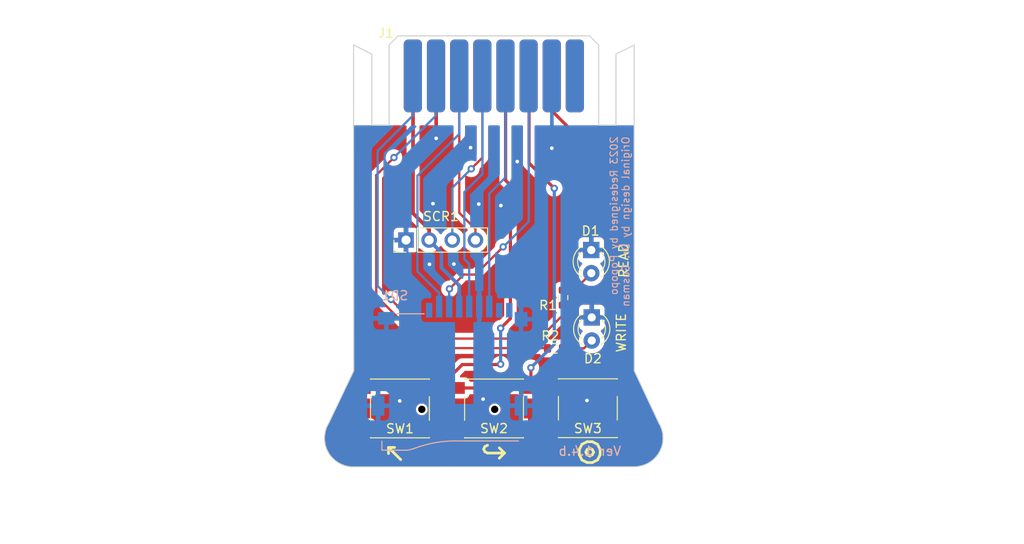
<source format=kicad_pcb>
(kicad_pcb (version 20221018) (generator pcbnew)
  (title_block (title "Cartridge") (date "2023-12-10") (rev "1.4.B") (comment 1 "Modified by Popopo") (comment 2 "Original Design: Dr. Gusman"))
  (layers (0 "F.Cu" signal) (31 "B.Cu" signal) (34 "B.Paste" user) (35 "F.Paste" user) (36 "B.SilkS" user "B.Silkscreen") (37 "F.SilkS" user "F.Silkscreen") (38 "B.Mask" user) (39 "F.Mask" user) (44 "Edge.Cuts" user))
  (net 0 "")
  (net 1 "GND")
  (net 2 "Net-(D2-A)")
  (net 3 "+3V3")
  (net 4 "/UI_LD_READ")
  (net 5 "/UI_LD_WRITE")
  (net 6 "/UI_SCR_SDA")
  (net 7 "/UI_SD_CS")
  (net 8 "/UI_SCR_SCL")
  (net 9 "/UI_SD_SCK")
  (net 10 "/UI_BTN_BACK")
  (net 11 "/UI_SD_MISO")
  (net 12 "/UI_BTN_NEXT")
  (net 13 "/UI_SD_MOSI")
  (net 14 "/UI_BTN_SELECT")
  (net 20 "Net-(D1-A)")
  (footprint "Resistor_SMD:R_0603_1608Metric" (layer "F.Cu") (at 150.3 92.325 90)
    (fp_text reference "R1" (at -0.85 -1.65) (layer "F.SilkS"))
    (fp_text value "1K")
    (fp_line (start -0.237258 -0.5225) (end 0.237258 -0.5225) (stroke (width 0.12)) (layer "F.SilkS"))
    (fp_line (start -0.237258 0.5225) (end 0.237258 0.5225) (stroke (width 0.12)) (layer "F.SilkS"))
    (pad "1" smd roundrect (at -0.825 0 90) (size 0.8 0.95) (layers "F.Cu" "F.Paste" "F.Mask") (net 4 "/UI_LD_READ"))
    (pad "2" smd roundrect (at 0.825 0 90) (size 0.8 0.95) (layers "F.Cu" "F.Paste" "F.Mask") (net 20 "Net-(D1-A)"))
  )
  (footprint "MicroPicoDrive_Cartridge:Edge" (layer "F.Cu") (at 142.71 67.97)
    (fp_text reference "J1" (at -11.835 -4.705 unlocked) (layer "F.SilkS"))
    (fp_text value "Conn_02x08_Odd_Even")
    (fp_line (start -15.4 -3.4) (end -13.4 -2.4) (stroke (width 0.12)) (layer "Edge.Cuts"))
    (fp_line (start -15.4 5.4) (end -15.4 -3.4) (stroke (width 0.12)) (layer "Edge.Cuts"))
    (fp_line (start -13.4 5.4) (end -13.4 -2.4) (stroke (width 0.12)) (layer "Edge.Cuts"))
    (fp_line (start -11.5 -3.4) (end -11.5 5.4) (stroke (width 0.12)) (layer "Edge.Cuts"))
    (fp_line (start -11.5 5.4) (end -13.4 5.4) (stroke (width 0.12)) (layer "Edge.Cuts"))
    (fp_line (start -10.5 -4.4) (end -11.5 -3.4) (stroke (width 0.12)) (layer "Edge.Cuts"))
    (fp_line (start -10.5 -4.4) (end 10.5 -4.4) (stroke (width 0.12)) (layer "Edge.Cuts"))
    (fp_line (start 10.5 -4.4) (end 11.5 -3.4) (stroke (width 0.12)) (layer "Edge.Cuts"))
    (fp_line (start 11.5 -3.4) (end 11.5 5.4) (stroke (width 0.12)) (layer "Edge.Cuts"))
    (fp_line (start 11.5 5.4) (end 13.4 5.4) (stroke (width 0.12)) (layer "Edge.Cuts"))
    (fp_line (start 13.4 -2.4) (end 15.4 -3.4) (stroke (width 0.12)) (layer "Edge.Cuts"))
    (fp_line (start 13.4 5.4) (end 13.4 -2.4) (stroke (width 0.12)) (layer "Edge.Cuts"))
    (fp_line (start 15.4 5.4) (end 15.4 -3.4) (stroke (width 0.12)) (layer "Edge.Cuts"))
    (pad "1" smd roundrect (at -8.89 0) (size 2 8) (layers "F.Cu" "F.Paste" "F.Mask") (net 3 "+3V3"))
    (pad "2" smd roundrect (at -8.89 0) (size 2 8) (layers "B.Cu" "B.Paste" "B.Mask") (net 4 "/UI_LD_READ"))
    (pad "3" smd roundrect (at -6.35 0) (size 2 8) (layers "F.Cu" "F.Paste" "F.Mask") (net 1 "GND"))
    (pad "4" smd roundrect (at -6.35 0) (size 2 8) (layers "B.Cu" "B.Paste" "B.Mask") (net 5 "/UI_LD_WRITE"))
    (pad "5" smd roundrect (at -3.81 0) (size 2 8) (layers "F.Cu" "F.Paste" "F.Mask") (net 6 "/UI_SCR_SDA"))
    (pad "6" smd roundrect (at -3.81 0) (size 2 8) (layers "B.Cu" "B.Paste" "B.Mask") (net 7 "/UI_SD_CS"))
    (pad "7" smd roundrect (at -1.27 0) (size 2 8) (layers "F.Cu" "F.Paste" "F.Mask") (net 8 "/UI_SCR_SCL"))
    (pad "8" smd roundrect (at -1.27 0) (size 2 8) (layers "B.Cu" "B.Paste" "B.Mask") (net 9 "/UI_SD_SCK"))
    (pad "9" smd roundrect (at 1.27 0) (size 2 8) (layers "F.Cu" "F.Paste" "F.Mask") (net 10 "/UI_BTN_BACK"))
    (pad "10" smd roundrect (at 1.27 0) (size 2 8) (layers "B.Cu" "B.Paste" "B.Mask") (net 11 "/UI_SD_MISO"))
    (pad "11" smd roundrect (at 3.81 0) (size 2 8) (layers "F.Cu" "F.Paste" "F.Mask") (net 12 "/UI_BTN_NEXT"))
    (pad "12" smd roundrect (at 3.81 0) (size 2 8) (layers "B.Cu" "B.Paste" "B.Mask") (net 13 "/UI_SD_MOSI"))
    (pad "13" smd roundrect (at 6.35 0) (size 2 8) (layers "F.Cu" "F.Paste" "F.Mask") (net 14 "/UI_BTN_SELECT"))
    (pad "14" smd roundrect (at 6.35 0) (size 2 8) (layers "B.Cu" "B.Paste" "B.Mask") (net 1 "GND"))
    (pad "15" smd roundrect (at 8.89 0) (size 2 8) (layers "F.Cu" "F.Paste" "F.Mask"))
    (pad "16" smd roundrect (at 8.89 0) (size 2 8) (layers "B.Cu" "B.Paste" "B.Mask"))
  )
  (footprint "Button_Switch_SMD:SW_SPST_PTS645" (layer "F.Cu") (at 132.4 104.5)
    (fp_text reference "SW1" (at 0 2.225) (layer "F.SilkS"))
    (fp_text value "SW_Push")
    (fp_line (start -3.23 -3.23) (end 3.23 -3.23) (stroke (width 0.12)) (layer "F.SilkS"))
    (fp_line (start -3.23 -3.2) (end -3.23 -3.23) (stroke (width 0.12)) (layer "F.SilkS"))
    (fp_line (start -3.23 -1.3) (end -3.23 1.3) (stroke (width 0.12)) (layer "F.SilkS"))
    (fp_line (start -3.23 3.23) (end -3.23 3.2) (stroke (width 0.12)) (layer "F.SilkS"))
    (fp_line (start -3.23 3.23) (end 3.23 3.23) (stroke (width 0.12)) (layer "F.SilkS"))
    (fp_line (start 3.23 -3.23) (end 3.23 -3.2) (stroke (width 0.12)) (layer "F.SilkS"))
    (fp_line (start 3.23 -1.3) (end 3.23 1.3) (stroke (width 0.12)) (layer "F.SilkS"))
    (fp_line (start 3.23 3.23) (end 3.23 3.2) (stroke (width 0.12)) (layer "F.SilkS"))
    (pad "1" smd rect (at -3.98 -2.25) (size 1.55 1.3) (layers "F.Cu" "F.Paste" "F.Mask") (net 10 "/UI_BTN_BACK"))
    (pad "1" smd rect (at 3.98 -2.25) (size 1.55 1.3) (layers "F.Cu" "F.Paste" "F.Mask") (net 10 "/UI_BTN_BACK"))
    (pad "2" smd rect (at -3.98 2.25) (size 1.55 1.3) (layers "F.Cu" "F.Paste" "F.Mask") (net 1 "GND"))
    (pad "2" smd rect (at 3.98 2.25) (size 1.55 1.3) (layers "F.Cu" "F.Paste" "F.Mask") (net 1 "GND"))
  )
  (footprint "LED_THT:LED_D3.0mm" (layer "F.Cu") (at 153.45 94.5 -90)
    (fp_text reference "D2" (at 4.525 -0.125 180) (layer "F.SilkS"))
    (fp_text value "LED")
    (fp_line (start -0.29 -1.236) (end -0.29 -1.08) (stroke (width 0.12)) (layer "F.SilkS"))
    (fp_line (start -0.29 1.08) (end -0.29 1.236) (stroke (width 0.12)) (layer "F.SilkS"))
    (fp_arc (start -0.29 -1.235516) (mid 1.366487 -1.987659) (end 2.942335 -1.078608) (stroke (width 0.12)) (layer "F.SilkS"))
    (fp_arc (start 0.229039 -1.08) (mid 1.270117 -1.5) (end 2.31113 -1.079837) (stroke (width 0.12)) (layer "F.SilkS"))
    (fp_arc (start 2.31113 1.079837) (mid 1.270117 1.5) (end 0.229039 1.08) (stroke (width 0.12)) (layer "F.SilkS"))
    (fp_arc (start 2.942335 1.078608) (mid 1.366487 1.987659) (end -0.29 1.235516) (stroke (width 0.12)) (layer "F.SilkS"))
    (pad "1" thru_hole rect (at 0 0 270) (size 1.8 1.8) (drill 0.9) (layers "*.Cu" "*.Mask") (net 1 "GND"))
    (pad "2" thru_hole circle (at 2.54 0 270) (size 1.8 1.8) (drill 0.9) (layers "*.Cu" "*.Mask") (net 2 "Net-(D2-A)"))
  )
  (footprint "Button_Switch_SMD:SW_SPST_PTS645" (layer "F.Cu") (at 142.725 104.5)
    (fp_text reference "SW2" (at 0 2.2) (layer "F.SilkS"))
    (fp_text value "SW_Push")
    (fp_line (start -3.23 -3.23) (end 3.23 -3.23) (stroke (width 0.12)) (layer "F.SilkS"))
    (fp_line (start -3.23 -3.2) (end -3.23 -3.23) (stroke (width 0.12)) (layer "F.SilkS"))
    (fp_line (start -3.23 -1.3) (end -3.23 1.3) (stroke (width 0.12)) (layer "F.SilkS"))
    (fp_line (start -3.23 3.23) (end -3.23 3.2) (stroke (width 0.12)) (layer "F.SilkS"))
    (fp_line (start -3.23 3.23) (end 3.23 3.23) (stroke (width 0.12)) (layer "F.SilkS"))
    (fp_line (start 3.23 -3.23) (end 3.23 -3.2) (stroke (width 0.12)) (layer "F.SilkS"))
    (fp_line (start 3.23 -1.3) (end 3.23 1.3) (stroke (width 0.12)) (layer "F.SilkS"))
    (fp_line (start 3.23 3.23) (end 3.23 3.2) (stroke (width 0.12)) (layer "F.SilkS"))
    (pad "1" smd rect (at -3.98 -2.25) (size 1.55 1.3) (layers "F.Cu" "F.Paste" "F.Mask") (net 12 "/UI_BTN_NEXT"))
    (pad "1" smd rect (at 3.98 -2.25) (size 1.55 1.3) (layers "F.Cu" "F.Paste" "F.Mask") (net 12 "/UI_BTN_NEXT"))
    (pad "2" smd rect (at -3.98 2.25) (size 1.55 1.3) (layers "F.Cu" "F.Paste" "F.Mask") (net 1 "GND"))
    (pad "2" smd rect (at 3.98 2.25) (size 1.55 1.3) (layers "F.Cu" "F.Paste" "F.Mask") (net 1 "GND"))
  )
  (footprint "MicroPicoDrive_Cartridge:Screen" (layer "F.Cu") (at 136.875 86)
    (fp_text reference "SCR1" (at 0.0254 -2.5908 unlocked) (layer "F.SilkS"))
    (fp_text value "Screen")
    (fp_line (start -5.14 1.33) (end -5.14 0) (stroke (width 0.12)) (layer "F.SilkS"))
    (fp_line (start -3.81 1.33) (end -5.14 1.33) (stroke (width 0.12)) (layer "F.SilkS"))
    (fp_line (start -2.54 -1.33) (end 5.14 -1.33) (stroke (width 0.12)) (layer "F.SilkS"))
    (fp_line (start -2.54 1.33) (end -2.54 -1.33) (stroke (width 0.12)) (layer "F.SilkS"))
    (fp_line (start -2.54 1.33) (end 5.14 1.33) (stroke (width 0.12)) (layer "F.SilkS"))
    (fp_line (start 5.14 1.33) (end 5.14 -1.33) (stroke (width 0.12)) (layer "F.SilkS"))
    (pad "1" thru_hole rect (at -3.81 0 90) (size 1.7 1.7) (drill 1) (layers "*.Cu" "*.Mask") (net 1 "GND"))
    (pad "2" thru_hole oval (at -1.27 0 90) (size 1.7 1.7) (drill 1) (layers "*.Cu" "*.Mask") (net 3 "+3V3"))
    (pad "3" thru_hole oval (at 1.27 0 90) (size 1.7 1.7) (drill 1) (layers "*.Cu" "*.Mask") (net 8 "/UI_SCR_SCL"))
    (pad "4" thru_hole oval (at 3.81 0 90) (size 1.7 1.7) (drill 1) (layers "*.Cu" "*.Mask") (net 6 "/UI_SCR_SDA"))
  )
  (footprint "Resistor_SMD:R_0603_1608Metric" (layer "F.Cu") (at 149.425 97.9)
    (fp_text reference "R2" (at -0.525 -1.375) (layer "F.SilkS"))
    (fp_text value "1K")
    (fp_line (start -0.237258 -0.5225) (end 0.237258 -0.5225) (stroke (width 0.12)) (layer "F.SilkS"))
    (fp_line (start -0.237258 0.5225) (end 0.237258 0.5225) (stroke (width 0.12)) (layer "F.SilkS"))
    (pad "1" smd roundrect (at -0.825 0) (size 0.8 0.95) (layers "F.Cu" "F.Paste" "F.Mask") (net 5 "/UI_LD_WRITE"))
    (pad "2" smd roundrect (at 0.825 0) (size 0.8 0.95) (layers "F.Cu" "F.Paste" "F.Mask") (net 2 "Net-(D2-A)"))
  )
  (footprint "Button_Switch_SMD:SW_SPST_PTS645" (layer "F.Cu") (at 153.025 104.475)
    (fp_text reference "SW3" (at 0 2.225) (layer "F.SilkS"))
    (fp_text value "SW_Push")
    (fp_line (start -3.23 -3.23) (end 3.23 -3.23) (stroke (width 0.12)) (layer "F.SilkS"))
    (fp_line (start -3.23 -3.2) (end -3.23 -3.23) (stroke (width 0.12)) (layer "F.SilkS"))
    (fp_line (start -3.23 -1.3) (end -3.23 1.3) (stroke (width 0.12)) (layer "F.SilkS"))
    (fp_line (start -3.23 3.23) (end -3.23 3.2) (stroke (width 0.12)) (layer "F.SilkS"))
    (fp_line (start -3.23 3.23) (end 3.23 3.23) (stroke (width 0.12)) (layer "F.SilkS"))
    (fp_line (start 3.23 -3.23) (end 3.23 -3.2) (stroke (width 0.12)) (layer "F.SilkS"))
    (fp_line (start 3.23 -1.3) (end 3.23 1.3) (stroke (width 0.12)) (layer "F.SilkS"))
    (fp_line (start 3.23 3.23) (end 3.23 3.2) (stroke (width 0.12)) (layer "F.SilkS"))
    (pad "1" smd rect (at -3.98 -2.25) (size 1.55 1.3) (layers "F.Cu" "F.Paste" "F.Mask") (net 14 "/UI_BTN_SELECT"))
    (pad "1" smd rect (at 3.98 -2.25) (size 1.55 1.3) (layers "F.Cu" "F.Paste" "F.Mask") (net 14 "/UI_BTN_SELECT"))
    (pad "2" smd rect (at -3.98 2.25) (size 1.55 1.3) (layers "F.Cu" "F.Paste" "F.Mask") (net 1 "GND"))
    (pad "2" smd rect (at 3.98 2.25) (size 1.55 1.3) (layers "F.Cu" "F.Paste" "F.Mask") (net 1 "GND"))
  )
  (footprint "LED_THT:LED_D3.0mm" (layer "F.Cu") (at 153.4 87.1 -90)
    (fp_text reference "D1" (at -2.1 0.075 180) (layer "F.SilkS"))
    (fp_text value "LED")
    (fp_line (start -0.29 -1.236) (end -0.29 -1.08) (stroke (width 0.12)) (layer "F.SilkS"))
    (fp_line (start -0.29 1.08) (end -0.29 1.236) (stroke (width 0.12)) (layer "F.SilkS"))
    (fp_arc (start -0.29 -1.235516) (mid 1.366487 -1.987659) (end 2.942335 -1.078608) (stroke (width 0.12)) (layer "F.SilkS"))
    (fp_arc (start 0.229039 -1.08) (mid 1.270117 -1.5) (end 2.31113 -1.079837) (stroke (width 0.12)) (layer "F.SilkS"))
    (fp_arc (start 2.31113 1.079837) (mid 1.270117 1.5) (end 0.229039 1.08) (stroke (width 0.12)) (layer "F.SilkS"))
    (fp_arc (start 2.942335 1.078608) (mid 1.366487 1.987659) (end -0.29 1.235516) (stroke (width 0.12)) (layer "F.SilkS"))
    (pad "1" thru_hole rect (at 0 0 270) (size 1.8 1.8) (drill 0.9) (layers "*.Cu" "*.Mask") (net 1 "GND"))
    (pad "2" thru_hole circle (at 2.54 0 270) (size 1.8 1.8) (drill 0.9) (layers "*.Cu" "*.Mask") (net 20 "Net-(D1-A)"))
  )
  (footprint "MicroPicoDrive_Cartridge:SDCard_Module_changed" (layer "B.Cu") (at 138.95 90.60471 180)
    (fp_text reference "SD1" (at 7.1 -1.5 unlocked) (layer "B.SilkS") (effects (justify mirror)))
    (fp_text value "SDCard Module Adaptor" hide)
    (fp_line (start 0.4769 -17.46529) (end -6.457 -17.46529) (stroke (width 0.127)) (layer "B.SilkS"))
    (fp_line (start 6.95 -3.49529) (end 3.9 -3.49529) (stroke (width 0.127)) (layer "B.SilkS"))
    (fp_line (start 8.529 -18.48129) (end 5.9979 -18.48129) (stroke (width 0.127)) (layer "B.SilkS"))
    (fp_line (start 8.529 -17.48129) (end 8.529 -18.48129) (stroke (width 0.12)) (layer "B.SilkS"))
    (fp_arc (start 4.998 -18.29729) (mid 2.775408 -17.675024) (end 0.4769 -17.46529) (stroke (width 0.127)) (layer "B.SilkS"))
    (fp_arc (start 4.998 -18.29729) (mid 5.489554 -18.43492) (end 5.9979 -18.48129) (stroke (width 0.127)) (layer "B.SilkS"))
    (pad "" np_thru_hole circle (at -3.85 -13.99529 180) (size 0.9 0.9) (drill 0.8) (layers "*.Mask"))
    (pad "" np_thru_hole circle (at 4.15 -13.99529 180) (size 0.9 0.9) (drill 0.8) (layers "*.Mask"))
    (pad "1" smd rect (at 3.35 -3.1 270) (size 1.6 0.7) (layers "B.Cu" "B.Paste" "B.Mask"))
    (pad "2" smd rect (at 2.25 -2.7 270) (size 2.4 0.7) (layers "B.Cu" "B.Paste" "B.Mask") (net 7 "/UI_SD_CS"))
    (pad "3" smd rect (at 1.15 -2.7 270) (size 2.4 0.7) (layers "B.Cu" "B.Paste" "B.Mask") (net 13 "/UI_SD_MOSI"))
    (pad "4" smd rect (at 0.05 -2.7 270) (size 2.4 0.7) (layers "B.Cu" "B.Paste" "B.Mask") (net 3 "+3V3"))
    (pad "5" smd rect (at -1.05 -2.7 270) (size 2.4 0.7) (layers "B.Cu" "B.Paste" "B.Mask") (net 9 "/UI_SD_SCK"))
    (pad "6" smd rect (at -2.15 -2.7 270) (size 2.4 0.7) (layers "B.Cu" "B.Paste" "B.Mask") (net 1 "GND"))
    (pad "7" smd rect (at -3.25 -2.7 270) (size 2.4 0.7) (layers "B.Cu" "B.Paste" "B.Mask") (net 11 "/UI_SD_MISO"))
    (pad "8" smd rect (at -4.35 -3.1 270) (size 1.6 0.7) (layers "B.Cu" "B.Paste" "B.Mask"))
    (pad "9" smd rect (at -5.45 -3.1 270) (size 1.6 0.7) (layers "B.Cu" "B.Paste" "B.Mask"))
    (pad "MP1" smd rect (at -6.75 -4.09529 270) (size 1.6 1.4) (layers "B.Cu" "B.Paste" "B.Mask") (net 1 "GND"))
    (pad "MP2" smd rect (at -6.75 -13.59529 270) (size 2.2 1.4) (layers "B.Cu" "B.Paste" "B.Mask") (net 1 "GND"))
    (pad "MP3" smd rect (at 8.95 -13.59529 270) (size 2.2 1.4) (layers "B.Cu" "B.Paste" "B.Mask") (net 1 "GND"))
    (pad "MP4" smd rect (at 8.05 -3.99529 270) (size 1.4 1.8) (layers "B.Cu" "B.Paste" "B.Mask") (net 1 "GND"))
    (zone (net 0) (net_name "") (layer "B.Cu") (connect_pads (clearance 0)) (min_thickness 0.01)
      (keepout (tracks not_allowed) (vias not_allowed) (pads not_allowed) (copperpour not_allowed) (footprints allowed))
      (fill (thermal_gap 0.508) (thermal_bridge_width 0.508))
      (polygon (pts (xy 140.45137 95) (xy 138.45 95) (xy 138.45 104.00471) (xy 140.45137 104.00471)))
    )
  )
  (gr_line (start 158.125 100.375) (end 160.816877 106.102824) (stroke (width 0.1)) (layer "Edge.Cuts"))
  (gr_line (start 127.31 73.37) (end 127.325 100.375) (stroke (width 0.1)) (layer "Edge.Cuts"))
  (gr_line (start 158.05 110.9) (end 127.325296 110.91728) (stroke (width 0.1)) (layer "Edge.Cuts"))
  (gr_arc (start 127.325296 110.91728) (mid 124.534286 109.330051) (end 124.58136 106.119628) (stroke (width 0.1)) (layer "Edge.Cuts"))
  (gr_arc (start 160.816876 106.102824) (mid 160.858209 109.323191) (end 158.049998 110.900031) (stroke (width 0.1)) (layer "Edge.Cuts"))
  (gr_line (start 127.325 100.375) (end 124.58136 106.119628) (stroke (width 0.1)) (layer "Edge.Cuts"))
  (gr_line (start 158.11 73.37) (end 158.125 100.375) (stroke (width 0.1)) (layer "Edge.Cuts"))
  (gr_text "2023 Redesigned by Popopo\nOriginal design by Dr. Gusman" (at 157.65 74.55 90) (layer "B.SilkS") (effects (font (size 0.8 0.8) (thickness 0.12)) (justify left bottom mirror)))
  (gr_text "Ver 1.4.b" (at 156.775 109.775) (layer "B.SilkS") (effects (font (size 1 1)) (justify left bottom mirror)))
  (gr_text "↪" (at 140.675 110.925) (layer "F.SilkS") (effects (font (size 3 3) (thickness 0.3)) (justify left bottom)))
  (gr_text "⊚" (at 151.175 110.825) (layer "F.SilkS") (effects (font (size 3 3) (thickness 0.3)) (justify left bottom)))
  (gr_text "WRITE\n" (at 157.275 98.425 90) (layer "F.SilkS") (effects (font (size 1 1)) (justify left bottom)))
  (gr_text "READ" (at 157.55 90.225 90) (layer "F.SilkS") (effects (font (size 1 1)) (justify left bottom)))
  (gr_text "↖" (at 130.375 110.475) (layer "F.SilkS") (effects (font (size 2 2) (thickness 0.3)) (justify left bottom)))
  (segment (start 136.375 74.825) (end 136.375 67.975) (width 0.4) (layer "F.Cu") (net 1))
  (via (at 135.64 88.66) (size 0.8) (drill 0.4) (layers "F.Cu" "B.Cu") (net 1))
  (via (at 140.15 75.85) (size 0.8) (drill 0.4) (layers "F.Cu" "B.Cu") (net 1))
  (via (at 141.525 103.475) (size 0.8) (drill 0.4) (layers "F.Cu" "B.Cu") (net 1))
  (via (at 136.025 82) (size 0.8) (drill 0.4) (layers "F.Cu" "B.Cu") (net 1))
  (via (at 141.05 82.05) (size 0.8) (drill 0.4) (layers "F.Cu" "B.Cu") (net 1))
  (via (at 132.375 103.675) (size 0.8) (drill 0.4) (layers "F.Cu" "B.Cu") (net 1))
  (via (at 138.32 88.64) (size 0.8) (drill 0.4) (layers "F.Cu" "B.Cu") (net 1))
  (via (at 136.375 74.825) (size 0.8) (drill 0.4) (layers "F.Cu" "B.Cu") (net 1))
  (via (at 149.07 75.91) (size 0.8) (drill 0.4) (layers "F.Cu" "B.Cu") (net 1))
  (via (at 145.275 77.375) (size 0.8) (drill 0.4) (layers "F.Cu" "B.Cu") (net 1))
  (via (at 152.925 103.625) (size 0.8) (drill 0.4) (layers "F.Cu" "B.Cu") (net 1))
  (via (at 143.48 82.21) (size 0.8) (drill 0.4) (layers "F.Cu" "B.Cu") (net 1))
  (segment (start 149.075 75.905) (end 149.075 67.975) (width 0.4) (layer "B.Cu") (net 1))
  (segment (start 149.07 75.91) (end 149.075 75.905) (width 0.4) (layer "B.Cu") (net 1))
  (segment (start 150.25 97.9) (end 152.59 97.9) (width 0.25) (layer "F.Cu") (net 2))
  (segment (start 152.59 97.9) (end 153.45 97.04) (width 0.25) (layer "F.Cu") (net 2))
  (segment (start 133.835 83.06) (end 135.605 84.83) (width 0.4) (layer "F.Cu") (net 3))
  (segment (start 135.605 84.83) (end 135.605 86) (width 0.4) (layer "F.Cu") (net 3))
  (segment (start 133.835 67.975) (end 133.835 83.06) (width 0.4) (layer "F.Cu") (net 3))
  (segment (start 136.95 87.375) (end 135.605 86.03) (width 0.4) (layer "B.Cu") (net 3))
  (segment (start 138.9 93.57971) (end 138.9 90.98) (width 0.4) (layer "B.Cu") (net 3))
  (segment (start 135.605 86) (end 135.605 86.03) (width 0.25) (layer "B.Cu") (net 3))
  (segment (start 138.9 90.98) (end 136.95 89.03) (width 0.4) (layer "B.Cu") (net 3))
  (segment (start 136.95 89.03) (end 136.95 87.375) (width 0.4) (layer "B.Cu") (net 3))
  (segment (start 135.725 96.825) (end 147.7 96.825) (width 0.25) (layer "F.Cu") (net 4))
  (segment (start 131.425 92.525) (end 135.725 96.825) (width 0.25) (layer "F.Cu") (net 4))
  (segment (start 147.7 96.825) (end 150.3 94.225) (width 0.25) (layer "F.Cu") (net 4))
  (segment (start 150.3 94.225) (end 150.3 93.15) (width 0.25) (layer "F.Cu") (net 4))
  (via (at 131.425 92.525) (size 0.8) (drill 0.4) (layers "F.Cu" "B.Cu") (net 4))
  (segment (start 129.95 91.05) (end 129.95 76.1903) (width 0.25) (layer "B.Cu") (net 4))
  (segment (start 129.95 76.1903) (end 133.835 72.3053) (width 0.25) (layer "B.Cu") (net 4))
  (segment (start 133.835 72.3053) (end 133.835 67.975) (width 0.25) (layer "B.Cu") (net 4))
  (segment (start 131.425 92.525) (end 129.95 91.05) (width 0.25) (layer "B.Cu") (net 4))
  (segment (start 131.74355 76.93355) (end 129.8 78.8771) (width 0.25) (layer "F.Cu") (net 5))
  (segment (start 129.8 92.15) (end 135.525 97.875) (width 0.25) (layer "F.Cu") (net 5))
  (segment (start 135.525 97.875) (end 148.575 97.875) (width 0.25) (layer "F.Cu") (net 5))
  (segment (start 129.8 78.8771) (end 129.8 92.15) (width 0.25) (layer "F.Cu") (net 5))
  (segment (start 148.575 97.875) (end 148.6 97.9) (width 0.25) (layer "F.Cu") (net 5))
  (via (at 131.74355 76.93355) (size 0.8) (drill 0.4) (layers "F.Cu" "B.Cu") (net 5))
  (segment (start 136.375 72.3021) (end 136.375 67.975) (width 0.25) (layer "B.Cu") (net 5))
  (segment (start 131.74355 76.93355) (end 136.375 72.3021) (width 0.25) (layer "B.Cu") (net 5))
  (segment (start 138.915 83.015) (end 140.685 84.785) (width 0.25) (layer "F.Cu") (net 6))
  (segment (start 140.685 84.785) (end 140.685 86) (width 0.25) (layer "F.Cu") (net 6))
  (segment (start 138.915 67.975) (end 138.915 83.015) (width 0.25) (layer "F.Cu") (net 6))
  (segment (start 134.32 78.9426) (end 134.32 89.45) (width 0.25) (layer "B.Cu") (net 7))
  (segment (start 134.32 89.45) (end 136.7 91.83) (width 0.25) (layer "B.Cu") (net 7))
  (segment (start 138.915 67.975) (end 138.915 74.3476) (width 0.25) (layer "B.Cu") (net 7))
  (segment (start 136.7 91.83) (end 136.7 93.57971) (width 0.25) (layer "B.Cu") (net 7))
  (segment (start 138.915 74.3476) (end 134.32 78.9426) (width 0.25) (layer "B.Cu") (net 7))
  (segment (start 140.225 78.175) (end 141.455 76.945) (width 0.25) (layer "F.Cu") (net 8))
  (segment (start 141.455 76.945) (end 141.455 67.975) (width 0.25) (layer "F.Cu") (net 8))
  (via (at 140.225 78.175) (size 0.8) (drill 0.4) (layers "F.Cu" "B.Cu") (net 8))
  (segment (start 138.145 86) (end 138.145 80.255) (width 0.25) (layer "B.Cu") (net 8))
  (segment (start 138.145 80.255) (end 140.225 78.175) (width 0.25) (layer "B.Cu") (net 8))
  (segment (start 140 88.62) (end 139.47 88.09) (width 0.25) (layer "B.Cu") (net 9))
  (segment (start 139.47 80.73) (end 141.455 78.745) (width 0.25) (layer "B.Cu") (net 9))
  (segment (start 141.455 78.745) (end 141.455 67.975) (width 0.25) (layer "B.Cu") (net 9))
  (segment (start 139.47 88.09) (end 139.47 80.73) (width 0.25) (layer "B.Cu") (net 9))
  (segment (start 140 93.57971) (end 140 88.62) (width 0.25) (layer "B.Cu") (net 9))
  (segment (start 143.45 95.69) (end 144.525 94.615) (width 0.35) (layer "F.Cu") (net 10))
  (segment (start 144.525 79.975) (end 143.995 79.445) (width 0.35) (layer "F.Cu") (net 10))
  (segment (start 139.24 99.68) (end 136.67 102.25) (width 0.35) (layer "F.Cu") (net 10))
  (segment (start 128.5 102.25) (end 128.475 102.225) (width 0.25) (layer "F.Cu") (net 10))
  (segment (start 144.525 94.615) (end 144.525 79.975) (width 0.35) (layer "F.Cu") (net 10))
  (segment (start 143.41 99.68) (end 139.24 99.68) (width 0.35) (layer "F.Cu") (net 10))
  (segment (start 143.995 79.445) (end 143.995 67.975) (width 0.35) (layer "F.Cu") (net 10))
  (segment (start 143.45 99.64) (end 143.41 99.68) (width 0.35) (layer "F.Cu") (net 10))
  (segment (start 136.67 102.25) (end 128.5 102.25) (width 0.35) (layer "F.Cu") (net 10))
  (via (at 143.45 99.64) (size 0.8) (drill 0.4) (layers "F.Cu" "B.Cu") (net 10))
  (via (at 143.45 95.69) (size 0.8) (drill 0.4) (layers "F.Cu" "B.Cu") (net 10))
  (segment (start 143.45 99.64) (end 143.45 95.69) (width 0.35) (layer "B.Cu") (net 10))
  (segment (start 144 67.98) (end 144 79.1) (width 0.25) (layer "B.Cu") (net 11))
  (segment (start 143.995 67.975) (end 144 67.98) (width 0.25) (layer "B.Cu") (net 11))
  (segment (start 142.2 80.9) (end 142.2 93.57971) (width 0.25) (layer "B.Cu") (net 11))
  (segment (start 144 79.1) (end 142.2 80.9) (width 0.25) (layer "B.Cu") (net 11))
  (segment (start 146.57 77.55) (end 146.57 68.01) (width 0.35) (layer "F.Cu") (net 12))
  (segment (start 146.705 102.25) (end 138.525 102.25) (width 0.35) (layer "F.Cu") (net 12))
  (segment (start 146.57 68.01) (end 146.535 67.975) (width 0.2) (layer "F.Cu") (net 12))
  (segment (start 149.34 80.32) (end 146.57 77.55) (width 0.35) (layer "F.Cu") (net 12))
  (segment (start 146.775 102.18) (end 146.705 102.25) (width 0.35) (layer "F.Cu") (net 12))
  (segment (start 146.775 100.025) (end 146.775 102.18) (width 0.35) (layer "F.Cu") (net 12))
  (via (at 149.34 80.32) (size 0.8) (drill 0.4) (layers "F.Cu" "B.Cu") (net 12))
  (via (at 146.775 100.025) (size 0.8) (drill 0.4) (layers "F.Cu" "B.Cu") (net 12))
  (segment (start 149.34 80.32) (end 149.34 97.46) (width 0.35) (layer "B.Cu") (net 12))
  (segment (start 149.34 97.46) (end 146.775 100.025) (width 0.35) (layer "B.Cu") (net 12))
  (segment (start 143.725 86.75) (end 140.685 89.79) (width 0.25) (layer "F.Cu") (net 13))
  (segment (start 137.8325 91.36) (end 137.8025 91.33) (width 0.2) (layer "F.Cu") (net 13))
  (segment (start 137.8625 91.33) (end 137.8325 91.36) (width 0.2) (layer "F.Cu") (net 13))
  (segment (start 139.4025 89.79) (end 137.8625 91.33) (width 0.25) (layer "F.Cu") (net 13))
  (segment (start 137.8025 91.33) (end 137.7625 91.33) (width 0.2) (layer "F.Cu") (net 13))
  (segment (start 140.685 89.79) (end 139.4025 89.79) (width 0.25) (layer "F.Cu") (net 13))
  (via (at 137.8325 91.36) (size 0.8) (drill 0.4) (layers "F.Cu" "B.Cu") (net 13))
  (via (at 143.725 86.75) (size 0.8) (drill 0.4) (layers "F.Cu" "B.Cu") (net 13))
  (segment (start 146.535 83.965) (end 146.535 67.975) (width 0.25) (layer "B.Cu") (net 13))
  (segment (start 137.8 91.3925) (end 137.8 93.57971) (width 0.25) (layer "B.Cu") (net 13))
  (segment (start 143.75 86.75) (end 146.535 83.965) (width 0.25) (layer "B.Cu") (net 13))
  (segment (start 143.725 86.75) (end 143.75 86.75) (width 0.25) (layer "B.Cu") (net 13))
  (segment (start 137.8325 91.36) (end 137.8 91.3925) (width 0.25) (layer "B.Cu") (net 13))
  (segment (start 157.005 79.735) (end 149.075 71.805) (width 0.35) (layer "F.Cu") (net 14))
  (segment (start 149.045 102.225) (end 157 102.225) (width 0.35) (layer "F.Cu") (net 14))
  (segment (start 149.075 71.805) (end 149.075 67.975) (width 0.35) (layer "F.Cu") (net 14))
  (segment (start 157.005 102.225) (end 157.005 79.735) (width 0.35) (layer "F.Cu") (net 14))
  (segment (start 151.54 91.5) (end 153.4 89.64) (width 0.25) (layer "F.Cu") (net 20))
  (segment (start 150.3 91.5) (end 151.54 91.5) (width 0.25) (layer "F.Cu") (net 20))
  (zone (net 1) (net_name "GND") (layers "F&B.Cu") (connect_pads (clearance 0.508)) (min_thickness 0.254) (fill yes (thermal_gap 0.508) (thermal_bridge_width 0.508))
    (polygon (pts (xy 170.575 111.575) (xy 114.65 111.575) (xy 114.6 73.4) (xy 170.525 73.4)))
  )
)
</source>
